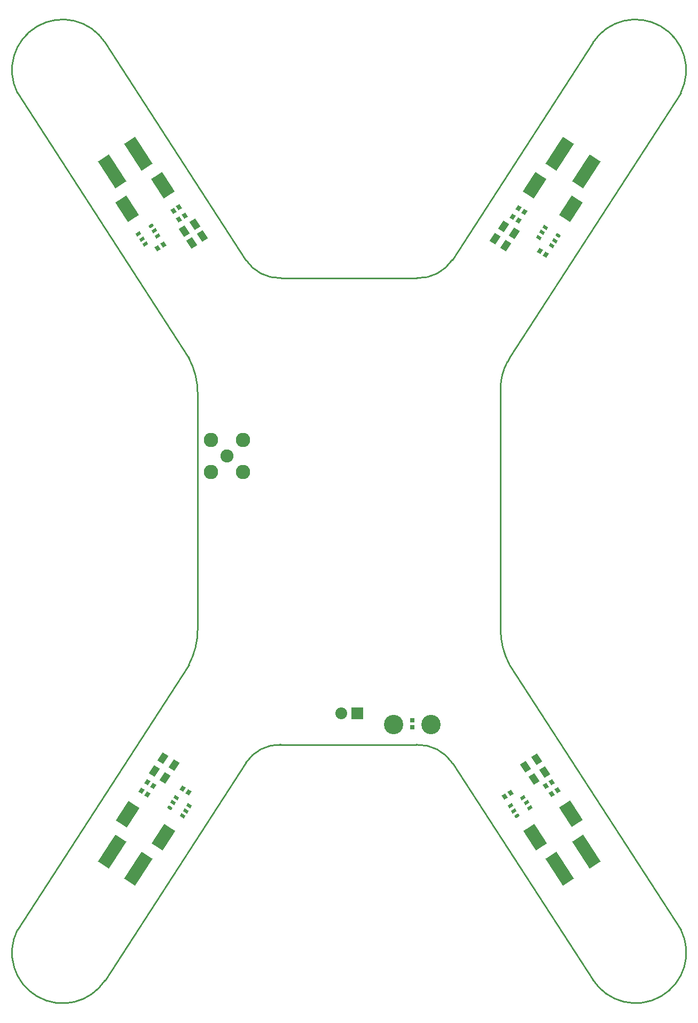
<source format=gbs>
G04 Layer_Color=16711935*
%FSLAX44Y44*%
%MOMM*%
G71*
G01*
G75*
%ADD43C,0.2540*%
%ADD74R,0.7760X0.6760*%
%ADD101C,1.8760*%
%ADD102R,1.8760X1.8760*%
%ADD103C,0.0760*%
%ADD104C,2.2760*%
%ADD105C,2.0760*%
G04:AMPARAMS|DCode=106|XSize=1.076mm|YSize=1.526mm|CornerRadius=0mm|HoleSize=0mm|Usage=FLASHONLY|Rotation=32.936|XOffset=0mm|YOffset=0mm|HoleType=Round|Shape=Rectangle|*
%AMROTATEDRECTD106*
4,1,4,-0.0367,-0.9329,-0.8664,0.3479,0.0367,0.9329,0.8664,-0.3479,-0.0367,-0.9329,0.0*
%
%ADD106ROTATEDRECTD106*%

G04:AMPARAMS|DCode=107|XSize=1.076mm|YSize=1.526mm|CornerRadius=0mm|HoleSize=0mm|Usage=FLASHONLY|Rotation=32.936|XOffset=0mm|YOffset=0mm|HoleType=Round|Shape=Rectangle|*
%AMROTATEDRECTD107*
4,1,4,-0.0367,-0.9329,-0.8664,0.3479,0.0367,0.9329,0.8664,-0.3479,-0.0367,-0.9329,0.0*
%
%ADD107ROTATEDRECTD107*%

G04:AMPARAMS|DCode=108|XSize=0.676mm|YSize=0.776mm|CornerRadius=0mm|HoleSize=0mm|Usage=FLASHONLY|Rotation=32.936|XOffset=0mm|YOffset=0mm|HoleType=Round|Shape=Rectangle|*
%AMROTATEDRECTD108*
4,1,4,-0.0727,-0.5094,-0.4946,0.1419,0.0727,0.5094,0.4946,-0.1419,-0.0727,-0.5094,0.0*
%
%ADD108ROTATEDRECTD108*%

G04:AMPARAMS|DCode=109|XSize=1.076mm|YSize=1.526mm|CornerRadius=0mm|HoleSize=0mm|Usage=FLASHONLY|Rotation=147.064|XOffset=0mm|YOffset=0mm|HoleType=Round|Shape=Rectangle|*
%AMROTATEDRECTD109*
4,1,4,0.8664,0.3479,0.0367,-0.9329,-0.8664,-0.3479,-0.0367,0.9329,0.8664,0.3479,0.0*
%
%ADD109ROTATEDRECTD109*%

G04:AMPARAMS|DCode=110|XSize=0.676mm|YSize=0.776mm|CornerRadius=0mm|HoleSize=0mm|Usage=FLASHONLY|Rotation=147.064|XOffset=0mm|YOffset=0mm|HoleType=Round|Shape=Rectangle|*
%AMROTATEDRECTD110*
4,1,4,0.4946,0.1419,0.0727,-0.5094,-0.4946,-0.1419,-0.0727,0.5094,0.4946,0.1419,0.0*
%
%ADD110ROTATEDRECTD110*%

G04:AMPARAMS|DCode=111|XSize=1.076mm|YSize=1.526mm|CornerRadius=0mm|HoleSize=0mm|Usage=FLASHONLY|Rotation=32.936|XOffset=0mm|YOffset=0mm|HoleType=Round|Shape=Rectangle|*
%AMROTATEDRECTD111*
4,1,4,-0.0367,-0.9329,-0.8664,0.3479,0.0367,0.9329,0.8664,-0.3479,-0.0367,-0.9329,0.0*
%
%ADD111ROTATEDRECTD111*%

G04:AMPARAMS|DCode=112|XSize=0.676mm|YSize=0.776mm|CornerRadius=0mm|HoleSize=0mm|Usage=FLASHONLY|Rotation=32.936|XOffset=0mm|YOffset=0mm|HoleType=Round|Shape=Rectangle|*
%AMROTATEDRECTD112*
4,1,4,-0.0727,-0.5094,-0.4946,0.1419,0.0727,0.5094,0.4946,-0.1419,-0.0727,-0.5094,0.0*
%
%ADD112ROTATEDRECTD112*%

G04:AMPARAMS|DCode=113|XSize=2.076mm|YSize=3.676mm|CornerRadius=0mm|HoleSize=0mm|Usage=FLASHONLY|Rotation=32.936|XOffset=0mm|YOffset=0mm|HoleType=Round|Shape=Rectangle|*
%AMROTATEDRECTD113*
4,1,4,0.1281,-2.1070,-1.8705,0.9782,-0.1281,2.1070,1.8705,-0.9782,0.1281,-2.1070,0.0*
%
%ADD113ROTATEDRECTD113*%

G04:AMPARAMS|DCode=114|XSize=2.076mm|YSize=3.676mm|CornerRadius=0mm|HoleSize=0mm|Usage=FLASHONLY|Rotation=147.064|XOffset=0mm|YOffset=0mm|HoleType=Round|Shape=Rectangle|*
%AMROTATEDRECTD114*
4,1,4,1.8705,0.9782,-0.1281,-2.1070,-1.8705,-0.9782,0.1281,2.1070,1.8705,0.9782,0.0*
%
%ADD114ROTATEDRECTD114*%

G04:AMPARAMS|DCode=115|XSize=2.076mm|YSize=3.676mm|CornerRadius=0mm|HoleSize=0mm|Usage=FLASHONLY|Rotation=32.936|XOffset=0mm|YOffset=0mm|HoleType=Round|Shape=Rectangle|*
%AMROTATEDRECTD115*
4,1,4,0.1281,-2.1070,-1.8705,0.9782,-0.1281,2.1070,1.8705,-0.9782,0.1281,-2.1070,0.0*
%
%ADD115ROTATEDRECTD115*%

G04:AMPARAMS|DCode=116|XSize=0.676mm|YSize=0.776mm|CornerRadius=0mm|HoleSize=0mm|Usage=FLASHONLY|Rotation=147.064|XOffset=0mm|YOffset=0mm|HoleType=Round|Shape=Rectangle|*
%AMROTATEDRECTD116*
4,1,4,0.4946,0.1419,0.0727,-0.5094,-0.4946,-0.1419,-0.0727,0.5094,0.4946,0.1419,0.0*
%
%ADD116ROTATEDRECTD116*%

G04:AMPARAMS|DCode=117|XSize=0.676mm|YSize=0.776mm|CornerRadius=0mm|HoleSize=0mm|Usage=FLASHONLY|Rotation=32.936|XOffset=0mm|YOffset=0mm|HoleType=Round|Shape=Rectangle|*
%AMROTATEDRECTD117*
4,1,4,-0.0727,-0.5094,-0.4946,0.1419,0.0727,0.5094,0.4946,-0.1419,-0.0727,-0.5094,0.0*
%
%ADD117ROTATEDRECTD117*%

G04:AMPARAMS|DCode=118|XSize=0.776mm|YSize=0.526mm|CornerRadius=0mm|HoleSize=0mm|Usage=FLASHONLY|Rotation=32.936|XOffset=0mm|YOffset=0mm|HoleType=Round|Shape=Rectangle|*
%AMROTATEDRECTD118*
4,1,4,-0.1827,-0.4317,-0.4686,0.0098,0.1827,0.4317,0.4686,-0.0098,-0.1827,-0.4317,0.0*
%
%ADD118ROTATEDRECTD118*%

G04:AMPARAMS|DCode=119|XSize=0.776mm|YSize=0.526mm|CornerRadius=0.1955mm|HoleSize=0mm|Usage=FLASHONLY|Rotation=32.936|XOffset=0mm|YOffset=0mm|HoleType=Round|Shape=RoundedRectangle|*
%AMROUNDEDRECTD119*
21,1,0.7760,0.1350,0,0,32.9*
21,1,0.3850,0.5260,0,0,32.9*
1,1,0.3910,0.1983,0.0480*
1,1,0.3910,-0.1249,-0.1613*
1,1,0.3910,-0.1983,-0.0480*
1,1,0.3910,0.1249,0.1613*
%
%ADD119ROUNDEDRECTD119*%
G04:AMPARAMS|DCode=120|XSize=0.776mm|YSize=0.526mm|CornerRadius=0mm|HoleSize=0mm|Usage=FLASHONLY|Rotation=327.064|XOffset=0mm|YOffset=0mm|HoleType=Round|Shape=Rectangle|*
%AMROTATEDRECTD120*
4,1,4,-0.4686,-0.0098,-0.1827,0.4317,0.4686,0.0098,0.1827,-0.4317,-0.4686,-0.0098,0.0*
%
%ADD120ROTATEDRECTD120*%

G04:AMPARAMS|DCode=121|XSize=0.776mm|YSize=0.526mm|CornerRadius=0.1955mm|HoleSize=0mm|Usage=FLASHONLY|Rotation=327.064|XOffset=0mm|YOffset=0mm|HoleType=Round|Shape=RoundedRectangle|*
%AMROUNDEDRECTD121*
21,1,0.7760,0.1350,0,0,327.1*
21,1,0.3850,0.5260,0,0,327.1*
1,1,0.3910,0.1249,-0.1613*
1,1,0.3910,-0.1983,0.0480*
1,1,0.3910,-0.1249,0.1613*
1,1,0.3910,0.1983,-0.0480*
%
%ADD121ROUNDEDRECTD121*%
%ADD122C,3.0760*%
G04:AMPARAMS|DCode=123|XSize=5.076mm|YSize=2.076mm|CornerRadius=0mm|HoleSize=0mm|Usage=FLASHONLY|Rotation=302.936|XOffset=0mm|YOffset=0mm|HoleType=Round|Shape=Rectangle|*
%AMROTATEDRECTD123*
4,1,4,-2.2511,1.5657,-0.5087,2.6944,2.2511,-1.5657,0.5087,-2.6944,-2.2511,1.5657,0.0*
%
%ADD123ROTATEDRECTD123*%

G04:AMPARAMS|DCode=124|XSize=5.076mm|YSize=2.076mm|CornerRadius=0mm|HoleSize=0mm|Usage=FLASHONLY|Rotation=237.064|XOffset=0mm|YOffset=0mm|HoleType=Round|Shape=Rectangle|*
%AMROTATEDRECTD124*
4,1,4,0.5087,2.6944,2.2511,1.5657,-0.5087,-2.6944,-2.2511,-1.5657,0.5087,2.6944,0.0*
%
%ADD124ROTATEDRECTD124*%

D43*
X623250Y2443500D02*
G03*
X484250Y2363500I-67341J-43750D01*
G01*
X846279Y2099019D02*
G03*
X902000Y2070000I53619J34952D01*
G01*
X770000Y1887238D02*
G03*
X755890Y1943326I-118485J12D01*
G01*
X1260856Y1936902D02*
G03*
X1250250Y1894741I78458J-42152D01*
G01*
X1118000Y2070000D02*
G03*
X1173721Y2099019I2102J63971D01*
G01*
X1535750Y2363500D02*
G03*
X1396750Y2443500I-71658J36250D01*
G01*
X755906Y1456698D02*
G03*
X770016Y1512786I-104375J56076D01*
G01*
X901797Y1330073D02*
G03*
X846366Y1301205I-2091J-63639D01*
G01*
X484266Y1036525D02*
G03*
X623266Y956525I71658J-36250D01*
G01*
X1250250Y1513011D02*
G03*
X1264360Y1456924I118485J-12D01*
G01*
X1174358Y1300137D02*
G03*
X1117036Y1329989I-55160J-35956D01*
G01*
X1397000Y956750D02*
G03*
X1536000Y1036750I67341J43750D01*
G01*
X623250Y2443500D02*
X846238Y2098992D01*
X484250Y2363500D02*
X754899Y1945332D01*
X755957Y1943363D01*
X1265101Y1945332D02*
X1535750Y2363500D01*
X1173762Y2098992D02*
X1396750Y2443500D01*
X754915Y1454692D02*
X755973Y1456661D01*
X484266Y1036525D02*
X754915Y1454692D01*
X623266Y956525D02*
X846254Y1301032D01*
X1264293Y1456887D02*
X1265351Y1454918D01*
X1536000Y1036750D01*
X1174741Y1300131D02*
X1397000Y956750D01*
X902000Y2070000D02*
X1118000D01*
X770000Y1887238D02*
X770016D01*
X770000Y1513250D02*
X770016D01*
Y1887238D01*
X1250250Y1513011D02*
Y1894750D01*
X899707Y1330025D02*
X1117036D01*
X1260636Y1937022D02*
X1265101Y1945332D01*
D74*
X1110500Y1357500D02*
D03*
Y1368500D02*
D03*
D101*
X997300Y1379500D02*
D03*
D102*
X1022700D02*
D03*
D103*
X560000Y2400000D02*
D03*
X1460000D02*
D03*
X560000Y1000000D02*
D03*
X1460000D02*
D03*
D104*
X841650Y1813650D02*
D03*
X790850Y1762850D02*
D03*
X841650D02*
D03*
X790850Y1813650D02*
D03*
D105*
X816250Y1788250D02*
D03*
D106*
X1289897Y1295427D02*
D03*
X1307103Y1306573D02*
D03*
X748397Y2144427D02*
D03*
X765603Y2155573D02*
D03*
D107*
X1303397Y1275427D02*
D03*
X1320603Y1286573D02*
D03*
D108*
X1331366Y1270490D02*
D03*
X1322134Y1264510D02*
D03*
X1340116Y1257490D02*
D03*
X1330884Y1251510D02*
D03*
X1266366Y1253490D02*
D03*
X1257134Y1247510D02*
D03*
D109*
X732353Y1297677D02*
D03*
X715147Y1308823D02*
D03*
X718603Y1277177D02*
D03*
X701397Y1288323D02*
D03*
X1271853Y2140927D02*
D03*
X1254647Y2152073D02*
D03*
X1258603Y2121427D02*
D03*
X1241397Y2132573D02*
D03*
D110*
X681134Y1256740D02*
D03*
X690366Y1250760D02*
D03*
X690384Y1270240D02*
D03*
X699616Y1264260D02*
D03*
X1269634Y2167490D02*
D03*
X1278866Y2161510D02*
D03*
X1279134Y2180490D02*
D03*
X1288366Y2174510D02*
D03*
X1312884Y2113240D02*
D03*
X1322116Y2107260D02*
D03*
D111*
X760647Y2125927D02*
D03*
X777853Y2137073D02*
D03*
D112*
X749616Y2169240D02*
D03*
X740384Y2163260D02*
D03*
X740616Y2182490D02*
D03*
X731384Y2176510D02*
D03*
D113*
X1361785Y1220236D02*
D03*
X1304715Y1183264D02*
D03*
D114*
X658964Y1219986D02*
D03*
X716036Y1183014D02*
D03*
X1304465Y2216736D02*
D03*
X1361535Y2179764D02*
D03*
D115*
X715035Y2216986D02*
D03*
X657964Y2180014D02*
D03*
D116*
X755116Y1254510D02*
D03*
X745884Y1260490D02*
D03*
D117*
X706384Y2117260D02*
D03*
X715616Y2123240D02*
D03*
D118*
X1291071Y1238274D02*
D03*
X1285906Y1246248D02*
D03*
X1265763Y1233199D02*
D03*
X1296237Y1230301D02*
D03*
X1270929Y1225226D02*
D03*
X681429Y2131726D02*
D03*
X686594Y2123752D02*
D03*
X706737Y2136801D02*
D03*
X676264Y2139699D02*
D03*
X701571Y2144774D02*
D03*
D119*
X1276094Y1217252D02*
D03*
X696406Y2152748D02*
D03*
D120*
X751071Y1225226D02*
D03*
X756236Y1233199D02*
D03*
X736094Y1246248D02*
D03*
X745906Y1217252D02*
D03*
X730929Y1238274D02*
D03*
X1316179Y2142274D02*
D03*
X1311013Y2134301D02*
D03*
X1331156Y2121252D02*
D03*
X1321344Y2150248D02*
D03*
X1336321Y2129226D02*
D03*
D121*
X725763Y1230301D02*
D03*
X1341487Y2137199D02*
D03*
D122*
X1080250Y1362000D02*
D03*
X1140250D02*
D03*
D123*
X634166Y2239534D02*
D03*
X676130Y2266719D02*
D03*
X1343870Y1133281D02*
D03*
X1385834Y1160466D02*
D03*
D124*
Y2239534D02*
D03*
X1343870Y2266719D02*
D03*
X676130Y1133281D02*
D03*
X634166Y1160466D02*
D03*
M02*

</source>
